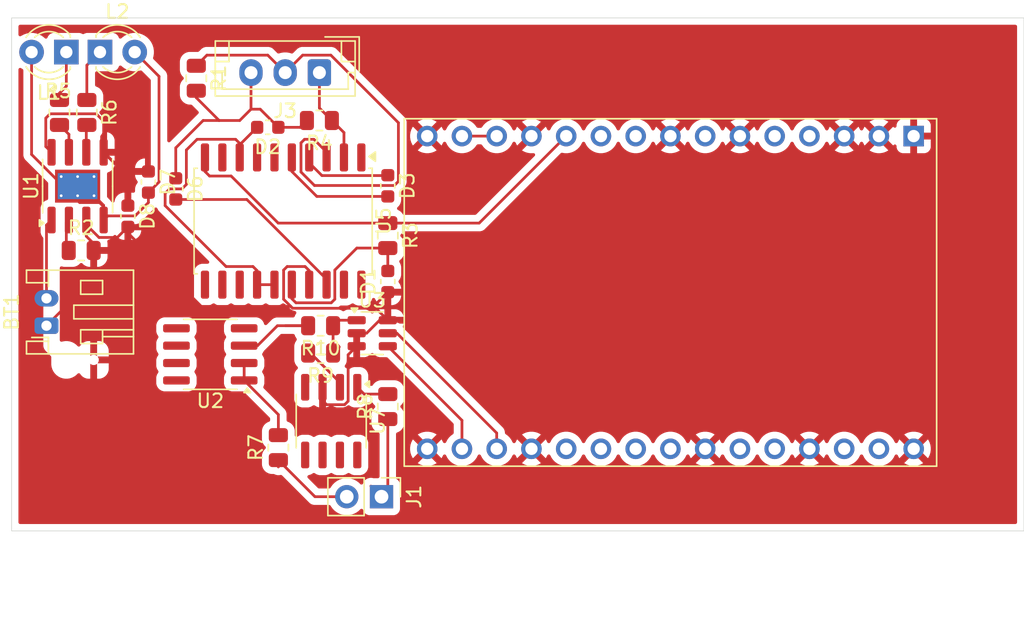
<source format=kicad_pcb>
(kicad_pcb (version 20241229) (generator "pcbnew") (generator_version "9.0")
  (layers (0 "F.Cu" signal) (2 "B.Cu" signal) (13 "F.Paste" user) (15 "B.Paste" user) (5 "F.SilkS" user "F.Silkscreen") (7 "B.SilkS" user "B.Silkscreen") (1 "F.Mask" user) (3 "B.Mask" user) (25 "Edge.Cuts" user))
  (net 0 "")
  (net 1 "Net-(D2-K)")
  (net 2 "Net-(D2-A)")
  (net 3 "Net-(D3-A)")
  (net 4 "Net-(D3-K)")
  (net 5 "Net-(D6-A)")
  (net 6 "Net-(U1-PROG)")
  (net 7 "Net-(U1-~{CHRG})")
  (net 15 "Net-(U4-5V-Pad13)")
  (net 18 "Net-(U4-IO10)")
  (net 25 "Net-(U1-~{STDBY})")
  (net 28 "Net-(U2A--)")
  (net 31 "Net-(R8-Pad2)")
  (net 33 "GND")
  (net 34 "Net-(BT1--)")
  (net 35 "Net-(U7A--)")
  (net 36 "Net-(D1-A)")
  (net 37 "Net-(J1-Pin_2)")
  (net 38 "Net-(J1-Pin_1)")
  (net 39 "Net-(U2A-+)")
  (net 40 "Net-(J3-Pin_1)")
  (net 41 "Net-(J3-Pin_2)")
  (net 42 "Net-(U3-VOUT)")
  (net 43 "Net-(U3-SCL)")
  (net 44 "Net-(U3-SDA)")
  (net 45 "Net-(D7-A)")
  (net 46 "Net-(L1-K)")
  (net 47 "Net-(L2-K)")
  (footprint "Resistor_SMD:R_0805_2012Metric" (layer "F.Cu") (at 90.5 132.4125 -90)
    (property "Reference" "R6" (at 0 -1.65 90) (layer "F.SilkS"))
    (property "Value" "R 10kΩ")
    (fp_line (start -0.227064 0.735) (end 0.227064 0.735) (stroke (width 0.12)) (layer "F.SilkS"))
    (fp_line (start -0.227064 -0.735) (end 0.227064 -0.735) (stroke (width 0.12)) (layer "F.SilkS"))
    (pad "1" smd roundrect (at -0.9125 0 270) (size 1.025 1.4) (layers "F.Cu" "F.Mask" "F.Paste") (roundrect_rratio 0.243902) (net 47 "Net-(L2-K)"))
    (pad "2" smd roundrect (at 0.9125 0 270) (size 1.025 1.4) (layers "F.Cu" "F.Mask" "F.Paste") (roundrect_rratio 0.243902) (net 25 "Net-(U1-~{STDBY})"))
  )
  (footprint "Package_SO:SOIC-8-1EP_3.9x4.9mm_P1.27mm_EP2.41x3.3mm_ThermalVias" (layer "F.Cu") (at 89.825 137.8 90)
    (property "Reference" "U1" (at 0 -3.4 90) (layer "F.SilkS"))
    (property "Value" "TP4056-42-ESOP8")
    (fp_line (start 0 -2.56) (end 1.95 -2.56) (stroke (width 0.12)) (layer "F.SilkS"))
    (fp_line (start 0 -2.56) (end -1.95 -2.56) (stroke (width 0.12)) (layer "F.SilkS"))
    (fp_line (start 0 2.56) (end 1.95 2.56) (stroke (width 0.12)) (layer "F.SilkS"))
    (fp_line (start 0 2.56) (end -1.95 2.56) (stroke (width 0.12)) (layer "F.SilkS"))
    (fp_poly (pts (xy -2.7 -2.465) (xy -2.94 -2.795) (xy -2.46 -2.795)) (stroke (width 0.12)) (fill yes) (layer "F.SilkS"))
    (pad "1" smd roundrect (at -2.475 -1.905 90) (size 1.95 0.6) (layers "F.Cu" "F.Mask" "F.Paste") (net 34 "Net-(BT1--)"))
    (pad "2" smd roundrect (at -2.475 -0.635 90) (size 1.95 0.6) (layers "F.Cu" "F.Mask" "F.Paste") (net 6 "Net-(U1-PROG)"))
    (pad "3" smd roundrect (at -2.475 0.635 90) (size 1.95 0.6) (layers "F.Cu" "F.Mask" "F.Paste") (net 33 "GND"))
    (pad "4" smd roundrect (at -2.475 1.905 90) (size 1.95 0.6) (layers "F.Cu" "F.Mask" "F.Paste") (net 45 "Net-(D7-A)"))
    (pad "5" smd roundrect (at 2.475 1.905 90) (size 1.95 0.6) (layers "F.Cu" "F.Mask" "F.Paste") (net 33 "GND"))
    (pad "6" smd roundrect (at 2.475 0.635 90) (size 1.95 0.6) (layers "F.Cu" "F.Mask" "F.Paste") (net 25 "Net-(U1-~{STDBY})"))
    (pad "7" smd roundrect (at 2.475 -0.635 90) (size 1.95 0.6) (layers "F.Cu" "F.Mask" "F.Paste") (net 7 "Net-(U1-~{CHRG})"))
    (pad "8" smd roundrect (at 2.475 -1.905 90) (size 1.95 0.6) (layers "F.Cu" "F.Mask" "F.Paste") (net 33 "GND"))
    (pad "9" thru_hole circle (at -0.7 -1.2 90) (size 0.5 0.5) (drill 0.2) (property pad_prop_heatsink) (layers "*.Cu") (net 45 "Net-(D7-A)"))
    (pad "9" thru_hole circle (at -0.7 0 90) (size 0.5 0.5) (drill 0.2) (property pad_prop_heatsink) (layers "*.Cu") (net 45 "Net-(D7-A)"))
    (pad "9" thru_hole circle (at -0.7 1.2 90) (size 0.5 0.5) (drill 0.2) (property pad_prop_heatsink) (layers "*.Cu") (net 45 "Net-(D7-A)"))
    (pad "9" smd rect (at 0 0 90) (size 1.9 2.9) (property pad_prop_heatsink) (layers "B.Cu") (net 45 "Net-(D7-A)"))
    (pad "9" smd rect (at 0 0 90) (size 2.41 3.3) (property pad_prop_heatsink) (layers "F.Cu" "F.Mask") (net 45 "Net-(D7-A)"))
    (pad "9" thru_hole circle (at 0.7 -1.2 90) (size 0.5 0.5) (drill 0.2) (property pad_prop_heatsink) (layers "*.Cu") (net 45 "Net-(D7-A)"))
    (pad "9" thru_hole circle (at 0.7 0 90) (size 0.5 0.5) (drill 0.2) (property pad_prop_heatsink) (layers "*.Cu") (net 45 "Net-(D7-A)"))
    (pad "9" thru_hole circle (at 0.7 1.2 90) (size 0.5 0.5) (drill 0.2) (property pad_prop_heatsink) (layers "*.Cu") (net 45 "Net-(D7-A)"))
  )
  (footprint "Package_TO_SOT_SMD:SOT-23-6" (layer "F.Cu") (at 111.3625 148.55)
    (property "Reference" "U3" (at 0 -2.4 0) (layer "F.SilkS"))
    (property "Value" "MCP4725xxx-xCH")
    (fp_line (start 0 -1.56) (end -0.8 -1.56) (stroke (width 0.12)) (layer "F.SilkS"))
    (fp_line (start 0 -1.56) (end 0.8 -1.56) (stroke (width 0.12)) (layer "F.SilkS"))
    (fp_line (start 0 1.56) (end -0.8 1.56) (stroke (width 0.12)) (layer "F.SilkS"))
    (fp_line (start 0 1.56) (end 0.8 1.56) (stroke (width 0.12)) (layer "F.SilkS"))
    (fp_poly (pts (xy -1.3 -1.51) (xy -1.54 -1.84) (xy -1.06 -1.84)) (stroke (width 0.12)) (fill yes) (layer "F.SilkS"))
    (pad "1" smd roundrect (at -1.1375 -0.95) (size 1.325 0.6) (layers "F.Cu" "F.Mask" "F.Paste") (net 42 "Net-(U3-VOUT)"))
    (pad "2" smd roundrect (at -1.1375 0) (size 1.325 0.6) (layers "F.Cu" "F.Mask" "F.Paste") (net 33 "GND"))
    (pad "3" smd roundrect (at -1.1375 0.95) (size 1.325 0.6) (layers "F.Cu" "F.Mask" "F.Paste") (net 33 "GND"))
    (pad "4" smd roundrect (at 1.1375 0.95) (size 1.325 0.6) (layers "F.Cu" "F.Mask" "F.Paste") (net 44 "Net-(U3-SDA)"))
    (pad "5" smd roundrect (at 1.1375 0) (size 1.325 0.6) (layers "F.Cu" "F.Mask" "F.Paste") (net 43 "Net-(U3-SCL)"))
    (pad "6" smd roundrect (at 1.1375 -0.95) (size 1.325 0.6) (layers "F.Cu" "F.Mask" "F.Paste") (net 33 "GND"))
  )
  (footprint "Resistor_SMD:R_0805_2012Metric" (layer "F.Cu") (at 98.5 129.9125 -90)
    (property "Reference" "R1" (at 0 -1.65 90) (layer "F.SilkS"))
    (property "Value" "R 10MΩ")
    (fp_line (start -0.227064 0.735) (end 0.227064 0.735) (stroke (width 0.12)) (layer "F.SilkS"))
    (fp_line (start -0.227064 -0.735) (end 0.227064 -0.735) (stroke (width 0.12)) (layer "F.SilkS"))
    (pad "1" smd roundrect (at -0.9125 0 270) (size 1.025 1.4) (layers "F.Cu" "F.Mask" "F.Paste") (roundrect_rratio 0.243902) (net 41 "Net-(J3-Pin_2)"))
    (pad "2" smd roundrect (at 0.9125 0 270) (size 1.025 1.4) (layers "F.Cu" "F.Mask" "F.Paste") (roundrect_rratio 0.243902) (net 1 "Net-(D2-K)"))
  )
  (footprint "Connector_JST:JST_PH_S2B-PH-K_1x02_P2.00mm_Horizontal" (layer "F.Cu") (at 87.55 148 90)
    (property "Reference" "BT1" (at 1 -2.55 90) (layer "F.SilkS"))
    (property "Value" "3.7V Battery_Cell")
    (fp_line (start 4.06 -1.46) (end 3.14 -1.46) (stroke (width 0.12)) (layer "F.SilkS"))
    (fp_line (start 3.14 -1.46) (end 3.14 0.14) (stroke (width 0.12)) (layer "F.SilkS"))
    (fp_line (start -1.14 -1.46) (end -2.06 -1.46) (stroke (width 0.12)) (layer "F.SilkS"))
    (fp_line (start -2.06 -1.46) (end -2.06 6.36) (stroke (width 0.12)) (layer "F.SilkS"))
    (fp_line (start 4.06 0.14) (end 3.14 0.14) (stroke (width 0.12)) (layer "F.SilkS"))
    (fp_line (start 3.14 0.14) (end 2.86 0.14) (stroke (width 0.12)) (layer "F.SilkS"))
    (fp_line (start -0.86 0.14) (end -0.86 -1.075) (stroke (width 0.12)) (layer "F.SilkS"))
    (fp_line (start -0.86 0.14) (end -1.14 0.14) (stroke (width 0.12)) (layer "F.SilkS"))
    (fp_line (start -1.14 0.14) (end -1.14 -1.46) (stroke (width 0.12)) (layer "F.SilkS"))
    (fp_line (start -2.06 0.14) (end -1.14 0.14) (stroke (width 0.12)) (layer "F.SilkS"))
    (fp_line (start 1.5 2) (end 1.5 6.36) (stroke (width 0.12)) (layer "F.SilkS"))
    (fp_line (start 0.5 2) (end 1.5 2) (stroke (width 0.12)) (layer "F.SilkS"))
    (fp_line (start 3.3 2.5) (end 3.3 4.1) (stroke (width 0.12)) (layer "F.SilkS"))
    (fp_line (start 2.3 2.5) (end 3.3 2.5) (stroke (width 0.12)) (layer "F.SilkS"))
    (fp_line (start -0.3 2.5) (end -1.3 2.5) (stroke (width 0.12)) (layer "F.SilkS"))
    (fp_line (start -1.3 2.5) (end -1.3 4.1) (stroke (width 0.12)) (layer "F.SilkS"))
    (fp_line (start 3.3 4.1) (end 2.3 4.1) (stroke (width 0.12)) (layer "F.SilkS"))
    (fp_line (start 2.3 4.1) (end 2.3 2.5) (stroke (width 0.12)) (layer "F.SilkS"))
    (fp_line (start -0.3 4.1) (end -0.3 2.5) (stroke (width 0.12)) (layer "F.SilkS"))
    (fp_line (start -0.3 4.1) (end -0.3 6.36) (stroke (width 0.12)) (layer "F.SilkS"))
    (fp_line (start -0.8 4.1) (end -0.8 6.36) (stroke (width 0.12)) (layer "F.SilkS"))
    (fp_line (start -1.3 4.1) (end -0.3 4.1) (stroke (width 0.12)) (layer "F.SilkS"))
    (fp_line (start 4.06 6.36) (end 4.06 -1.46) (stroke (width 0.12)) (layer "F.SilkS"))
    (fp_line (start 0.5 6.36) (end 0.5 2) (stroke (width 0.12)) (layer "F.SilkS"))
    (fp_line (start -2.06 6.36) (end 4.06 6.36) (stroke (width 0.12)) (layer "F.SilkS"))
    (pad "1" thru_hole roundrect (at 0 0 90) (size 1.2 1.75) (drill 0.75) (layers "*.Cu" "*.Mask") (roundrect_rratio 0.208333) (net 33 "GND"))
    (pad "2" thru_hole oval (at 2 0 90) (size 1.2 1.75) (drill 0.75) (layers "*.Cu" "*.Mask") (net 34 "Net-(BT1--)"))
  )
  (footprint "Resistor_SMD:R_0805_2012Metric" (layer "F.Cu") (at 107.5 133 180)
    (property "Reference" "R4" (at 0 -1.65 0) (layer "F.SilkS"))
    (property "Value" "R 10MΩ")
    (fp_line (start -0.227064 0.735) (end 0.227064 0.735) (stroke (width 0.12)) (layer "F.SilkS"))
    (fp_line (start -0.227064 -0.735) (end 0.227064 -0.735) (stroke (width 0.12)) (layer "F.SilkS"))
    (pad "1" smd roundrect (at -0.9125 0 180) (size 1.025 1.4) (layers "F.Cu" "F.Mask" "F.Paste") (roundrect_rratio 0.243902) (net 40 "Net-(J3-Pin_1)"))
    (pad "2" smd roundrect (at 0.9125 0 180) (size 1.025 1.4) (layers "F.Cu" "F.Mask" "F.Paste") (roundrect_rratio 0.243902) (net 1 "Net-(D2-K)"))
  )
  (footprint "Package_SO:SOIC-20W_7.5x12.8mm_P1.27mm" (layer "F.Cu") (at 104.85 140.35 -90)
    (property "Reference" "U5" (at 0 -7.35 90) (layer "F.SilkS"))
    (property "Value" "AD8232ACPZ-R7")
    (fp_line (start -3.86 6.51) (end -3.86 6.275) (stroke (width 0.12)) (layer "F.SilkS"))
    (fp_line (start 0 6.51) (end -3.86 6.51) (stroke (width 0.12)) (layer "F.SilkS"))
    (fp_line (start 0 6.51) (end 3.86 6.51) (stroke (width 0.12)) (layer "F.SilkS"))
    (fp_line (start 3.86 6.51) (end 3.86 6.275) (stroke (width 0.12)) (layer "F.SilkS"))
    (fp_line (start -3.86 -6.51) (end -3.86 -6.275) (stroke (width 0.12)) (layer "F.SilkS"))
    (fp_line (start 0 -6.51) (end -3.86 -6.51) (stroke (width 0.12)) (layer "F.SilkS"))
    (fp_line (start 0 -6.51) (end 3.86 -6.51) (stroke (width 0.12)) (layer "F.SilkS"))
    (fp_line (start 3.86 -6.51) (end 3.86 -6.275) (stroke (width 0.12)) (layer "F.SilkS"))
    (fp_poly (pts (xy -4.7125 -6.275) (xy -5.0525 -6.745) (xy -4.3725 -6.745)) (stroke (width 0.12)) (fill yes) (layer "F.SilkS"))
    (pad "1" smd roundrect (at -4.65 -5.715 270) (size 2.05 0.6) (layers "F.Cu" "F.Mask" "F.Paste"))
    (pad "2" smd roundrect (at -4.65 -4.445 270) (size 2.05 0.6) (layers "F.Cu" "F.Mask" "F.Paste") (net 40 "Net-(J3-Pin_1)"))
    (pad "3" smd roundrect (at -4.65 -3.175 270) (size 2.05 0.6) (layers "F.Cu" "F.Mask" "F.Paste") (net 41 "Net-(J3-Pin_2)"))
    (pad "4" smd roundrect (at -4.65 -1.905 270) (size 2.05 0.6) (layers "F.Cu" "F.Mask" "F.Paste") (net 4 "Net-(D3-K)"))
    (pad "5" smd roundrect (at -4.65 -0.635 270) (size 2.05 0.6) (layers "F.Cu" "F.Mask" "F.Paste") (net 3 "Net-(D3-A)"))
    (pad "6" smd roundrect (at -4.65 0.635 270) (size 2.05 0.6) (layers "F.Cu" "F.Mask" "F.Paste"))
    (pad "7" smd roundrect (at -4.65 1.905 270) (size 2.05 0.6) (layers "F.Cu" "F.Mask" "F.Paste"))
    (pad "8" smd roundrect (at -4.65 3.175 270) (size 2.05 0.6) (layers "F.Cu" "F.Mask" "F.Paste") (net 2 "Net-(D2-A)"))
    (pad "9" smd roundrect (at -4.65 4.445 270) (size 2.05 0.6) (layers "F.Cu" "F.Mask" "F.Paste"))
    (pad "10" smd roundrect (at -4.65 5.715 270) (size 2.05 0.6) (layers "F.Cu" "F.Mask" "F.Paste") (net 18 "Net-(U4-IO10)"))
    (pad "11" smd roundrect (at 4.65 5.715 270) (size 2.05 0.6) (layers "F.Cu" "F.Mask" "F.Paste"))
    (pad "12" smd roundrect (at 4.65 4.445 270) (size 2.05 0.6) (layers "F.Cu" "F.Mask" "F.Paste"))
    (pad "13" smd roundrect (at 4.65 3.175 270) (size 2.05 0.6) (layers "F.Cu" "F.Mask" "F.Paste"))
    (pad "14" smd roundrect (at 4.65 1.905 270) (size 2.05 0.6) (layers "F.Cu" "F.Mask" "F.Paste") (net 2 "Net-(D2-A)"))
    (pad "15" smd roundrect (at 4.65 0.635 270) (size 2.05 0.6) (layers "F.Cu" "F.Mask" "F.Paste") (net 2 "Net-(D2-A)"))
    (pad "16" smd roundrect (at 4.65 -0.635 270) (size 2.05 0.6) (layers "F.Cu" "F.Mask" "F.Paste") (net 36 "Net-(D1-A)"))
    (pad "17" smd roundrect (at 4.65 -1.905 270) (size 2.05 0.6) (layers "F.Cu" "F.Mask" "F.Paste") (net 33 "GND"))
    (pad "18" smd roundrect (at 4.65 -3.175 270) (size 2.05 0.6) (layers "F.Cu" "F.Mask" "F.Paste") (net 5 "Net-(D6-A)"))
    (pad "19" smd roundrect (at 4.65 -4.445 270) (size 2.05 0.6) (layers "F.Cu" "F.Mask" "F.Paste"))
    (pad "20" smd roundrect (at 4.65 -5.715 270) (size 2.05 0.6) (layers "F.Cu" "F.Mask" "F.Paste"))
  )
  (footprint "Resistor_SMD:R_0805_2012Metric" (layer "F.Cu") (at 88.5 132.4125 -90)
    (property "Reference" "R5" (at -1.5625 0.0875 0) (layer "F.SilkS"))
    (property "Value" "R 4.7kΩ")
    (fp_line (start -0.227064 0.735) (end 0.227064 0.735) (stroke (width 0.12)) (layer "F.SilkS"))
    (fp_line (start -0.227064 -0.735) (end 0.227064 -0.735) (stroke (width 0.12)) (layer "F.SilkS"))
    (pad "1" smd roundrect (at -0.9125 0 270) (size 1.025 1.4) (layers "F.Cu" "F.Mask" "F.Paste") (roundrect_rratio 0.243902) (net 46 "Net-(L1-K)"))
    (pad "2" smd roundrect (at 0.9125 0 270) (size 1.025 1.4) (layers "F.Cu" "F.Mask" "F.Paste") (roundrect_rratio 0.243902) (net 7 "Net-(U1-~{CHRG})"))
  )
  (footprint "Resistor_SMD:R_0805_2012Metric" (layer "F.Cu") (at 107.5875 150 180)
    (property "Reference" "R9" (at 0 -1.65 0) (layer "F.SilkS"))
    (property "Value" "R 10kΩ")
    (fp_line (start -0.227064 0.735) (end 0.227064 0.735) (stroke (width 0.12)) (layer "F.SilkS"))
    (fp_line (start -0.227064 -0.735) (end 0.227064 -0.735) (stroke (width 0.12)) (layer "F.SilkS"))
    (pad "1" smd roundrect (at -0.9125 0 180) (size 1.025 1.4) (layers "F.Cu" "F.Mask" "F.Paste") (roundrect_rratio 0.243902) (net 42 "Net-(U3-VOUT)"))
    (pad "2" smd roundrect (at 0.9125 0 180) (size 1.025 1.4) (layers "F.Cu" "F.Mask" "F.Paste") (roundrect_rratio 0.243902) (net 35 "Net-(U7A--)"))
  )
  (footprint "Resistor_SMD:R_0805_2012Metric" (layer "F.Cu") (at 104.5 156.9125 90)
    (property "Reference" "R7" (at 0 -1.65 90) (layer "F.SilkS"))
    (property "Value" "R 1kΩ")
    (fp_line (start -0.227064 -0.735) (end 0.227064 -0.735) (stroke (width 0.12)) (layer "F.SilkS"))
    (fp_line (start -0.227064 0.735) (end 0.227064 0.735) (stroke (width 0.12)) (layer "F.SilkS"))
    (pad "1" smd roundrect (at -0.9125 0 90) (size 1.025 1.4) (layers "F.Cu" "F.Mask" "F.Paste") (roundrect_rratio 0.243902) (net 37 "Net-(J1-Pin_2)"))
    (pad "2" smd roundrect (at 0.9125 0 90) (size 1.025 1.4) (layers "F.Cu" "F.Mask" "F.Paste") (roundrect_rratio 0.243902) (net 28 "Net-(U2A--)"))
  )
  (footprint "LED_THT:LED_D3.0mm" (layer "F.Cu") (at 91.46 128)
    (property "Reference" "L2" (at 1.27 -2.96 0) (layer "F.SilkS"))
    (property "Value" "LED")
    (fp_line (start -0.29 -1.236) (end -0.29 -1.08) (stroke (width 0.12)) (layer "F.SilkS"))
    (fp_line (start -0.29 1.08) (end -0.29 1.236) (stroke (width 0.12)) (layer "F.SilkS"))
    (fp_arc (start -0.29 -1.235516) (mid 1.36566 -1.987699) (end 2.941437 -1.08) (stroke (width 0.12)) (layer "F.SilkS"))
    (fp_arc (start 0.229039 -1.08) (mid 1.27 -1.5) (end 2.310961 -1.08) (stroke (width 0.12)) (layer "F.SilkS"))
    (fp_arc (start 2.310961 1.08) (mid 1.27 1.5) (end 0.229039 1.08) (stroke (width 0.12)) (layer "F.SilkS"))
    (fp_arc (start 2.941437 1.08) (mid 1.36566 1.987699) (end -0.29 1.235516) (stroke (width 0.12)) (layer "F.SilkS"))
    (pad "1" thru_hole rect (at 0 0) (size 1.8 1.8) (drill 0.9) (layers "*.Cu" "*.Mask") (net 47 "Net-(L2-K)"))
    (pad "2" thru_hole circle (at 2.54 0) (size 1.8 1.8) (drill 0.9) (layers "*.Cu" "*.Mask") (net 45 "Net-(D7-A)"))
  )
  (footprint "Capacitor_SMD:C_0603_1608Metric" (layer "F.Cu") (at 112.5 137.775 -90)
    (property "Reference" "D3" (at 0 -1.43 90) (layer "F.SilkS"))
    (property "Value" "D_Capacitance 1nF")
    (fp_line (start -0.14058 0.51) (end 0.14058 0.51) (stroke (width 0.12)) (layer "F.SilkS"))
    (fp_line (start -0.14058 -0.51) (end 0.14058 -0.51) (stroke (width 0.12)) (layer "F.SilkS"))
    (pad "1" smd roundrect (at -0.775 0 270) (size 0.9 0.95) (layers "F.Cu" "F.Mask" "F.Paste") (net 4 "Net-(D3-K)"))
    (pad "2" smd roundrect (at 0.775 0 270) (size 0.9 0.95) (layers "F.Cu" "F.Mask" "F.Paste") (net 3 "Net-(D3-A)"))
  )
  (footprint "Capacitor_SMD:C_0603_1608Metric" (layer "F.Cu") (at 97 138 -90)
    (property "Reference" "D6" (at 0 -1.43 90) (layer "F.SilkS"))
    (property "Value" "D_Capacitance 0.1µF")
    (fp_line (start -0.14058 0.51) (end 0.14058 0.51) (stroke (width 0.12)) (layer "F.SilkS"))
    (fp_line (start -0.14058 -0.51) (end 0.14058 -0.51) (stroke (width 0.12)) (layer "F.SilkS"))
    (pad "1" smd roundrect (at -0.775 0 270) (size 0.9 0.95) (layers "F.Cu" "F.Mask" "F.Paste") (net 1 "Net-(D2-K)"))
    (pad "2" smd roundrect (at 0.775 0 270) (size 0.9 0.95) (layers "F.Cu" "F.Mask" "F.Paste") (net 5 "Net-(D6-A)"))
  )
  (footprint "Resistor_SMD:R_0805_2012Metric" (layer "F.Cu") (at 112.5 141.4125 -90)
    (property "Reference" "R3" (at 0 -1.65 90) (layer "F.SilkS"))
    (property "Value" "R 10kΩ")
    (fp_line (start -0.227064 0.735) (end 0.227064 0.735) (stroke (width 0.12)) (layer "F.SilkS"))
    (fp_line (start -0.227064 -0.735) (end 0.227064 -0.735) (stroke (width 0.12)) (layer "F.SilkS"))
    (pad "1" smd roundrect (at -0.9125 0 270) (size 1.025 1.4) (layers "F.Cu" "F.Mask" "F.Paste") (roundrect_rratio 0.243902) (net 18 "Net-(U4-IO10)"))
    (pad "2" smd roundrect (at 0.9125 0 270) (size 1.025 1.4) (layers "F.Cu" "F.Mask" "F.Paste") (roundrect_rratio 0.243902) (net 36 "Net-(D1-A)"))
  )
  (footprint "Package_SO:SOIC-8_3.9x4.9mm_P1.27mm" (layer "F.Cu") (at 99.525 150.095 180)
    (property "Reference" "U2" (at 0 -3.4 0) (layer "F.SilkS"))
    (property "Value" "TLV9062")
    (fp_line (start 0 2.56) (end 1.95 2.56) (stroke (width 0.12)) (layer "F.SilkS"))
    (fp_line (start 0 2.56) (end -1.95 2.56) (stroke (width 0.12)) (layer "F.SilkS"))
    (fp_line (start 0 -2.56) (end 1.95 -2.56) (stroke (width 0.12)) (layer "F.SilkS"))
    (fp_line (start 0 -2.56) (end -1.95 -2.56) (stroke (width 0.12)) (layer "F.SilkS"))
    (fp_poly (pts (xy -2.7 -2.465) (xy -2.94 -2.795) (xy -2.46 -2.795)) (stroke (width 0.12)) (fill yes) (layer "F.SilkS"))
    (pad "1" smd roundrect (at -2.475 -1.905 180) (size 1.95 0.6) (layers "F.Cu" "F.Mask" "F.Paste") (net 28 "Net-(U2A--)"))
    (pad "2" smd roundrect (at -2.475 -0.635 180) (size 1.95 0.6) (layers "F.Cu" "F.Mask" "F.Paste") (net 28 "Net-(U2A--)"))
    (pad "3" smd roundrect (at -2.475 0.635 180) (size 1.95 0.6) (layers "F.Cu" "F.Mask" "F.Paste") (net 39 "Net-(U2A-+)"))
    (pad "4" smd roundrect (at -2.475 1.905 180) (size 1.95 0.6) (layers "F.Cu" "F.Mask" "F.Paste"))
    (pad "5" smd roundrect (at 2.475 1.905 180) (size 1.95 0.6) (layers "F.Cu" "F.Mask" "F.Paste"))
    (pad "6" smd roundrect (at 2.475 0.635 180) (size 1.95 0.6) (layers "F.Cu" "F.Mask" "F.Paste"))
    (pad "7" smd roundrect (at 2.475 -0.635 180) (size 1.95 0.6) (layers "F.Cu" "F.Mask" "F.Paste"))
    (pad "8" smd roundrect (at 2.475 -1.905 180) (size 1.95 0.6) (layers "F.Cu" "F.Mask" "F.Paste"))
  )
  (footprint "RF_Module:ESP32-C3-DevKitM-1" (layer "F.Cu") (at 150.94 134.14 -90)
    (property "Reference" "U4" (hide yes))
    (property "Value" "ESP32-C3-DevKitM-1" (hide yes))
    (fp_line (start -1.27 37.24) (end -1.27 -1.68) (stroke (width 0.12)) (layer "F.SilkS"))
    (fp_line (start 24.13 37.24) (end -1.27 37.24) (stroke (width 0.12)) (layer "F.SilkS"))
    (fp_line (start -1.27 -1.68) (end 24.13 -1.68) (stroke (width 0.12)) (layer "F.SilkS"))
    (fp_line (start 24.13 -1.68) (end 24.13 37.24) (stroke (width 0.12)) (layer "F.SilkS"))
    (pad "1" thru_hole rect (at 0 0 270) (size 1.5 1.5) (drill 0.9) (layers "*.Cu" "*.Mask") (net 33 "GND"))
    (pad "2" thru_hole circle (at 0 2.54 270) (size 1.5 1.5) (drill 0.9) (layers "*.Cu" "*.Mask") (net 33 "GND"))
    (pad "3" thru_hole circle (at 0 5.08 270) (size 1.5 1.5) (drill 0.9) (layers "*.Cu" "*.Mask") (net 33 "GND"))
    (pad "4" thru_hole circle (at 0 7.62 270) (size 1.5 1.5) (drill 0.9) (layers "*.Cu" "*.Mask"))
    (pad "5" thru_hole circle (at 0 10.16 270) (size 1.5 1.5) (drill 0.9) (layers "*.Cu" "*.Mask"))
    (pad "6" thru_hole circle (at 0 12.7 270) (size 1.5 1.5) (drill 0.9) (layers "*.Cu" "*.Mask") (net 33 "GND"))
    (pad "7" thru_hole circle (at 0 15.24 270) (size 1.5 1.5) (drill 0.9) (layers "*.Cu" "*.Mask"))
    (pad "8" thru_hole circle (at 0 17.78 270) (size 1.5 1.5) (drill 0.9) (layers "*.Cu" "*.Mask") (net 33 "GND"))
    (pad "9" thru_hole circle (at 0 20.32 270) (size 1.5 1.5) (drill 0.9) (layers "*.Cu" "*.Mask"))
    (pad "10" thru_hole circle (at 0 22.86 270) (size 1.5 1.5) (drill 0.9) (layers "*.Cu" "*.Mask"))
    (pad "11" thru_hole circle (at 0 25.4 270) (size 1.5 1.5) (drill 0.9) (layers "*.Cu" "*.Mask") (net 18 "Net-(U4-IO10)"))
    (pad "12" thru_hole circle (at 0 27.94 270) (size 1.5 1.5) (drill 0.9) (layers "*.Cu" "*.Mask") (net 33 "GND"))
    (pad "13" thru_hole circle (at 0 30.48 270) (size 1.5 1.5) (drill 0.9) (layers "*.Cu" "*.Mask") (net 15 "Net-(U4-5V-Pad13)"))
    (pad "14" thru_hole circle (at 0 33.02 270) (size 1.5 1.5) (drill 0.9) (layers "*.Cu" "*.Mask") (net 15 "Net-(U4-5V-Pad13)"))
    (pad "15" thru_hole circle (at 0 35.56 270) (size 1.5 1.5) (drill 0.9) (layers "*.Cu" "*.Mask") (net 33 "GND"))
    (pad "16" thru_hole circle (at 22.86 35.56 270) (size 1.5 1.5) (drill 0.9) (layers "*.Cu" "*.Mask") (net 33 "GND"))
    (pad "17" thru_hole circle (at 22.86 33.02 270) (size 1.5 1.5) (drill 0.9) (layers "*.Cu" "*.Mask") (net 44 "Net-(U3-SDA)"))
    (pad "18" thru_hole circle (at 22.86 30.48 270) (size 1.5 1.5) (drill 0.9) (layers "*.Cu" "*.Mask") (net 43 "Net-(U3-SCL)"))
    (pad "19" thru_hole circle (at 22.86 27.94 270) (size 1.5 1.5) (drill 0.9) (layers "*.Cu" "*.Mask") (net 33 "GND"))
    (pad "20" thru_hole circle (at 22.86 25.4 270) (size 1.5 1.5) (drill 0.9) (layers "*.Cu" "*.Mask"))
    (pad "21" thru_hole circle (at 22.86 22.86 270) (size 1.5 1.5) (drill 0.9) (layers "*.Cu" "*.Mask"))
    (pad "22" thru_hole circle (at 22.86 20.32 270) (size 1.5 1.5) (drill 0.9) (layers "*.Cu" "*.Mask"))
    (pad "23" thru_hole circle (at 22.86 17.78 270) (size 1.5 1.5) (drill 0.9) (layers "*.Cu" "*.Mask"))
    (pad "24" thru_hole circle (at 22.86 15.24 270) (size 1.5 1.5) (drill 0.9) (layers "*.Cu" "*.Mask") (net 33 "GND"))
    (pad "25" thru_hole circle (at 22.86 12.7 270) (size 1.5 1.5) (drill 0.9) (layers "*.Cu" "*.Mask"))
    (pad "26" thru_hole circle (at 22.86 10.16 270) (size 1.5 1.5) (drill 0.9) (layers "*.Cu" "*.Mask"))
    (pad "27" thru_hole circle (at 22.86 7.62 270) (size 1.5 1.5) (drill 0.9) (layers "*.Cu" "*.Mask") (net 33 "GND"))
    (pad "28" thru_hole circle (at 22.86 5.08 270) (size 1.5 1.5) (drill 0.9) (layers "*.Cu" "*.Mask"))
    (pad "29" thru_hole circle (at 22.86 2.54 270) (size 1.5 1.5) (drill 0.9) (layers "*.Cu" "*.Mask"))
    (pad "30" thru_hole circle (at 22.86 0 270) (size 1.5 1.5) (drill 0.9) (layers "*.Cu" "*.Mask") (net 33 "GND"))
  )
  (footprint "Resistor_SMD:R_0805_2012Metric" (layer "F.Cu") (at 107.5875 148 180)
    (property "Reference" "R10" (at 0 -1.65 0) (layer "F.SilkS"))
    (property "Value" "R 10kΩ")
    (fp_line (start -0.227064 0.735) (end 0.227064 0.735) (stroke (width 0.12)) (layer "F.SilkS"))
    (fp_line (start -0.227064 -0.735) (end 0.227064 -0.735) (stroke (width 0.12)) (layer "F.SilkS"))
    (pad "1" smd roundrect (at -0.9125 0 180) (size 1.025 1.4) (layers "F.Cu" "F.Mask" "F.Paste") (roundrect_rratio 0.243902) (net 42 "Net-(U3-VOUT)"))
    (pad "2" smd roundrect (at 0.9125 0 180) (size 1.025 1.4) (layers "F.Cu" "F.Mask" "F.Paste") (roundrect_rratio 0.243902) (net 39 "Net-(U2A-+)"))
  )
  (footprint "Connector_JST:JST_EH_B3B-EH-A_1x03_P2.50mm_Vertical" (layer "F.Cu") (at 107.5 129.5 180)
    (property "Reference" "J3" (at 2.5 -2.8 0) (layer "F.SilkS"))
    (property "Value" "Conn_01x03_Pin")
    (fp_line (start 7.61 2.31) (end 7.61 -1.71) (stroke (width 0.12)) (layer "F.SilkS"))
    (fp_line (start 7.61 0.81) (end 6.61 0.81) (stroke (width 0.12)) (layer "F.SilkS"))
    (fp_line (start 7.61 -1.71) (end -2.61 -1.71) (stroke (width 0.12)) (layer "F.SilkS"))
    (fp_line (start 7.11 0) (end 7.61 0) (stroke (width 0.12)) (layer "F.SilkS"))
    (fp_line (start 7.11 -1.21) (end 7.11 0) (stroke (width 0.12)) (layer "F.SilkS"))
    (fp_line (start 6.61 0.81) (end 6.61 2.31) (stroke (width 0.12)) (layer "F.SilkS"))
    (fp_line (start -1.61 0.81) (end -1.61 2.31) (stroke (width 0.12)) (layer "F.SilkS"))
    (fp_line (start -2.11 0) (end -2.11 -1.21) (stroke (width 0.12)) (layer "F.SilkS"))
    (fp_line (start -2.11 -1.21) (end 7.11 -1.21) (stroke (width 0.12)) (layer "F.SilkS"))
    (fp_line (start -2.61 2.31) (end 7.61 2.31) (stroke (width 0.12)) (layer "F.SilkS"))
    (fp_line (start -2.61 0.81) (end -1.61 0.81) (stroke (width 0.12)) (layer "F.SilkS"))
    (fp_line (start -2.61 0) (end -2.11 0) (stroke (width 0.12)) (layer "F.SilkS"))
    (fp_line (start -2.61 -1.71) (end -2.61 2.31) (stroke (width 0.12)) (layer "F.SilkS"))
    (fp_line (start -2.91 2.61) (end -0.41 2.61) (stroke (width 0.12)) (layer "F.SilkS"))
    (fp_line (start -2.91 0.11) (end -2.91 2.61) (stroke (width 0.12)) (layer "F.SilkS"))
    (pad "1" thru_hole roundrect (at 0 0 180) (size 1.7 1.95) (drill 0.95) (layers "*.Cu" "*.Mask") (roundrect_rratio 0.147059) (net 40 "Net-(J3-Pin_1)"))
    (pad "2" thru_hole oval (at 2.5 0 180) (size 1.7 1.95) (drill 0.95) (layers "*.Cu" "*.Mask") (net 41 "Net-(J3-Pin_2)"))
    (pad "3" thru_hole oval (at 5 0 180) (size 1.7 1.95) (drill 0.95) (layers "*.Cu" "*.Mask") (net 1 "Net-(D2-K)"))
  )
  (footprint "Resistor_SMD:R_0805_2012Metric" (layer "F.Cu") (at 90.0875 142.5)
    (property "Reference" "R2" (at 0 -1.65 0) (layer "F.SilkS"))
    (property "Value" "R 1.2kΩ")
    (fp_line (start -0.227064 -0.735) (end 0.227064 -0.735) (stroke (width 0.12)) (layer "F.SilkS"))
    (fp_line (start -0.227064 0.735) (end 0.227064 0.735) (stroke (width 0.12)) (layer "F.SilkS"))
    (pad "1" smd roundrect (at -0.9125 0) (size 1.025 1.4) (layers "F.Cu" "F.Mask" "F.Paste") (roundrect_rratio 0.243902) (net 6 "Net-(U1-PROG)"))
    (pad "2" smd roundrect (at 0.9125 0) (size 1.025 1.4) (layers "F.Cu" "F.Mask" "F.Paste") (roundrect_rratio 0.243902) (net 33 "GND"))
  )
  (footprint "Capacitor_SMD:C_0603_1608Metric" (layer "F.Cu") (at 112.5 144.775 90)
    (property "Reference" "D1" (at 0 -1.43 90) (layer "F.SilkS"))
    (property "Value" "D_Capacitance 1µF")
    (fp_line (start -0.14058 -0.51) (end 0.14058 -0.51) (stroke (width 0.12)) (layer "F.SilkS"))
    (fp_line (start -0.14058 0.51) (end 0.14058 0.51) (stroke (width 0.12)) (layer "F.SilkS"))
    (pad "1" smd roundrect (at -0.775 0 90) (size 0.9 0.95) (layers "F.Cu" "F.Mask" "F.Paste") (net 33 "GND"))
    (pad "2" smd roundrect (at 0.775 0 90) (size 0.9 0.95) (layers "F.Cu" "F.Mask" "F.Paste") (net 36 "Net-(D1-A)"))
  )
  (footprint "Package_SO:SOIC-8_3.9x4.9mm_P1.27mm" (layer "F.Cu") (at 108.365 154.975 -90)
    (property "Reference" "U7" (at 0 -3.4 90) (layer "F.SilkS"))
    (property "Value" "TLV9062")
    (fp_line (start 0 2.56) (end -1.95 2.56) (stroke (width 0.12)) (layer "F.SilkS"))
    (fp_line (start 0 2.56) (end 1.95 2.56) (stroke (width 0.12)) (layer "F.SilkS"))
    (fp_line (start 0 -2.56) (end -1.95 -2.56) (stroke (width 0.12)) (layer "F.SilkS"))
    (fp_line (start 0 -2.56) (end 1.95 -2.56) (stroke (width 0.12)) (layer "F.SilkS"))
    (fp_poly (pts (xy -2.7 -2.465) (xy -2.94 -2.795) (xy -2.46 -2.795)) (stroke (width 0.12)) (fill yes) (layer "F.SilkS"))
    (pad "1" smd roundrect (at -2.475 -1.905 270) (size 1.95 0.6) (layers "F.Cu" "F.Mask" "F.Paste") (net 31 "Net-(R8-Pad2)"))
    (pad "2" smd roundrect (at -2.475 -0.635 270) (size 1.95 0.6) (layers "F.Cu" "F.Mask" "F.Paste") (net 35 "Net-(U7A--)"))
    (pad "3" smd roundrect (at -2.475 0.635 270) (size 1.95 0.6) (layers "F.Cu" "F.Mask" "F.Paste") (net 33 "GND"))
    (pad "4" smd roundrect (at -2.475 1.905 270) (size 1.95 0.6) (layers "F.Cu" "F.Mask" "F.Paste"))
    (pad "5" smd roundrect (at 2.475 1.905 270) (size 1.95 0.6) (layers "F.Cu" "F.Mask" "F.Paste"))
    (pad "6" smd roundrect (at 2.475 0.635 270) (size 1.95 0.6) (layers "F.Cu" "F.Mask" "F.Paste"))
    (pad "7" smd roundrect (at 2.475 -0.635 270) (size 1.95 0.6) (layers "F.Cu" "F.Mask" "F.Paste"))
    (pad "8" smd roundrect (at 2.475 -1.905 270) (size 1.95 0.6) (layers "F.Cu" "F.Mask" "F.Paste"))
  )
  (footprint "Capacitor_SMD:C_0603_1608Metric" (layer "F.Cu") (at 103.725 133.5 180)
    (property "Reference" "D2" (at 0 -1.43 0) (layer "F.SilkS"))
    (property "Value" "D_Capacitance 0.1µF")
    (fp_line (start -0.14058 0.51) (end 0.14058 0.51) (stroke (width 0.12)) (layer "F.SilkS"))
    (fp_line (start -0.14058 -0.51) (end 0.14058 -0.51) (stroke (width 0.12)) (layer "F.SilkS"))
    (pad "1" smd roundrect (at -0.775 0 180) (size 0.9 0.95) (layers "F.Cu" "F.Mask" "F.Paste") (net 1 "Net-(D2-K)"))
    (pad "2" smd roundrect (at 0.775 0 180) (size 0.9 0.95) (layers "F.Cu" "F.Mask" "F.Paste") (net 2 "Net-(D2-A)"))
  )
  (footprint "Connector_PinHeader_2.54mm:PinHeader_1x02_P2.54mm_Vertical" (layer "F.Cu") (at 112.04 160.5 -90)
    (property "Reference" "J1" (at 0 -2.38 90) (layer "F.SilkS"))
    (property "Value" "Conn_01x02")
    (fp_line (start -1.38 3.92) (end 1.38 3.92) (stroke (width 0.12)) (layer "F.SilkS"))
    (fp_line (start -1.38 1.27) (end -1.38 3.92) (stroke (width 0.12)) (layer "F.SilkS"))
    (fp_line (start -1.38 1.27) (end 1.38 1.27) (stroke (width 0.12)) (layer "F.SilkS"))
    (fp_line (start 1.38 1.27) (end 1.38 3.92) (stroke (width 0.12)) (layer "F.SilkS"))
    (fp_line (start -1.38 0) (end -1.38 -1.38) (stroke (width 0.12)) (layer "F.SilkS"))
    (fp_line (start -1.38 -1.38) (end 0 -1.38) (stroke (width 0.12)) (layer "F.SilkS"))
    (pad "1" thru_hole rect (at 0 0 270) (size 1.7 1.7) (drill 1) (layers "*.Cu" "*.Mask") (net 38 "Net-(J1-Pin_1)"))
    (pad "2" thru_hole circle (at 0 2.54 270) (size 1.7 1.7) (drill 1) (layers "*.Cu" "*.Mask") (net 37 "Net-(J1-Pin_2)"))
  )
  (footprint "Capacitor_SMD:C_0603_1608Metric" (layer "F.Cu") (at 93.5 140 -90)
    (property "Reference" "D8" (at 0 -1.43 90) (layer "F.SilkS"))
    (property "Value" "D_Capacitance 1µF")
    (fp_line (start -0.14058 0.51) (end 0.14058 0.51) (stroke (width 0.12)) (layer "F.SilkS"))
    (fp_line (start -0.14058 -0.51) (end 0.14058 -0.51) (stroke (width 0.12)) (layer "F.SilkS"))
    (pad "1" smd roundrect (at -0.775 0 270) (size 0.9 0.95) (layers "F.Cu" "F.Mask" "F.Paste") (net 33 "GND"))
    (pad "2" smd roundrect (at 0.775 0 270) (size 0.9 0.95) (layers "F.Cu" "F.Mask" "F.Paste") (net 33 "GND"))
  )
  (footprint "Resistor_SMD:R_0805_2012Metric" (layer "F.Cu") (at 112.5 153.9125 90)
    (property "Reference" "R8" (at 0 -1.65 90) (layer "F.SilkS"))
    (property "Value" "R 1kΩ")
    (fp_line (start -0.227064 -0.735) (end 0.227064 -0.735) (stroke (width 0.12)) (layer "F.SilkS"))
    (fp_line (start -0.227064 0.735) (end 0.227064 0.735) (stroke (width 0.12)) (layer "F.SilkS"))
    (pad "1" smd roundrect (at -0.9125 0 90) (size 1.025 1.4) (layers "F.Cu" "F.Mask" "F.Paste") (roundrect_rratio 0.243902) (net 38 "Net-(J1-Pin_1)"))
    (pad "2" smd roundrect (at 0.9125 0 90) (size 1.025 1.4) (layers "F.Cu" "F.Mask" "F.Paste") (roundrect_rratio 0.243902) (net 31 "Net-(R8-Pad2)"))
  )
  (footprint "LED_THT:LED_D3.0mm" (layer "F.Cu") (at 89 128 180)
    (property "Reference" "L1" (at 1.27 -2.96 0) (layer "F.SilkS"))
    (property "Value" "LED")
    (fp_line (start -0.29 1.08) (end -0.29 1.236) (stroke (width 0.12)) (layer "F.SilkS"))
    (fp_line (start -0.29 -1.236) (end -0.29 -1.08) (stroke (width 0.12)) (layer "F.SilkS"))
    (fp_arc (start 2.941437 1.08) (mid 1.36566 1.987699) (end -0.29 1.235516) (stroke (width 0.12)) (layer "F.SilkS"))
    (fp_arc (start 2.310961 1.08) (mid 1.27 1.5) (end 0.229039 1.08) (stroke (width 0.12)) (layer "F.SilkS"))
    (fp_arc (start 0.229039 -1.08) (mid 1.27 -1.5) (end 2.310961 -1.08) (stroke (width 0.12)) (layer "F.SilkS"))
    (fp_arc (start -0.29 -1.235516) (mid 1.36566 -1.987699) (end 2.941437 -1.08) (stroke (width 0.12)) (layer "F.SilkS"))
    (pad "1" thru_hole rect (at 0 0 180) (size 1.8 1.8) (drill 0.9) (layers "*.Cu" "*.Mask") (net 46 "Net-(L1-K)"))
    (pad "2" thru_hole circle (at 2.54 0 180) (size 1.8 1.8) (drill 0.9) (layers "*.Cu" "*.Mask") (net 45 "Net-(D7-A)"))
  )
  (footprint "Capacitor_SMD:C_0603_1608Metric" (layer "F.Cu") (at 95 137.5 -90)
    (property "Reference" "D7" (at 0 -1.43 90) (layer "F.SilkS"))
    (property "Value" "D_Capacitance 1µF")
    (fp_line (start -0.14058 0.51) (end 0.14058 0.51) (stroke (width 0.12)) (layer "F.SilkS"))
    (fp_line (start -0.14058 -0.51) (end 0.14058 -0.51) (stroke (width 0.12)) (layer "F.SilkS"))
    (pad "1" smd roundrect (at -0.775 0 270) (size 0.9 0.95) (layers "F.Cu" "F.Mask" "F.Paste") (net 33 "GND"))
    (pad "2" smd roundrect (at 0.775 0 270) (size 0.9 0.95) (layers "F.Cu" "F.Mask" "F.Paste") (net 45 "Net-(D7-A)"))
  )
  (gr_rect (start 85 125.5) (end 159 163) (stroke (width 0.05)) (fill no) (layer "Edge.Cuts"))
  (segment (start 106.5875 133) (end 106.0875 133.5) (width 0.2) (layer "F.Cu") (net 1))
  (segment (start 99 133) (end 100.168032 133) (width 0.2) (layer "F.Cu") (net 1))
  (segment (start 97 137.225) (end 97 135) (width 0.2) (layer "F.Cu") (net 1))
  (segment (start 98.5 130.825) (end 98.5 131.331968) (width 0.2) (layer "F.Cu") (net 1))
  (segment (start 100.168032 133) (end 101.675 133) (width 0.2) (layer "F.Cu") (net 1))
  (segment (start 104.5 133.5) (end 103.175 132.175) (width 0.2) (layer "F.Cu") (net 1))
  (segment (start 98.5 131.331968) (end 100.168032 133) (width 0.2) (layer "F.Cu") (net 1))
  (segment (start 106.0875 133.5) (end 104.5 133.5) (width 0.2) (layer "F.Cu") (net 1))
  (segment (start 103.175 132.175) (end 102.5 132.175) (width 0.2) (layer "F.Cu") (net 1))
  (segment (start 97 135) (end 99 133) (width 0.2) (layer "F.Cu") (net 1))
  (segment (start 102.5 132.175) (end 102.5 129.5) (width 0.2) (layer "F.Cu") (net 1))
  (segment (start 101.675 133) (end 102.5 132.175) (width 0.2) (layer "F.Cu") (net 1))
  (segment (start 102.643999 143.674) (end 102.945 143.975001) (width 0.2) (layer "F.Cu") (net 2))
  (segment (start 96.54989 138) (end 96.224 138.32589) (width 0.2) (layer "F.Cu") (net 2))
  (segment (start 96.224 138.32589) (end 96.224 139.224) (width 0.2) (layer "F.Cu") (net 2))
  (segment (start 100.674 143.674) (end 102.643999 143.674) (width 0.2) (layer "F.Cu") (net 2))
  (segment (start 101.675 135.7) (end 101.675 134.675001) (width 0.2) (layer "F.Cu") (net 2))
  (segment (start 101.675 135.7) (end 101.675 134.775) (width 0.2) (layer "F.Cu") (net 2))
  (segment (start 101.675 134.675001) (end 101.373999 134.374) (width 0.2) (layer "F.Cu") (net 2))
  (segment (start 98.559132 134.374) (end 97.776 135.157132) (width 0.2) (layer "F.Cu") (net 2))
  (segment (start 101.373999 134.374) (end 98.559132 134.374) (width 0.2) (layer "F.Cu") (net 2))
  (segment (start 102.945 145) (end 104.215 145) (width 0.2) (layer "F.Cu") (net 2))
  (segment (start 97.45011 138) (end 96.54989 138) (width 0.2) (layer "F.Cu") (net 2))
  (segment (start 97.776 135.157132) (end 97.776 137.67411) (width 0.2) (layer "F.Cu") (net 2))
  (segment (start 102.945 143.975001) (end 102.945 145) (width 0.2) (layer "F.Cu") (net 2))
  (segment (start 96.224 139.224) (end 100.674 143.674) (width 0.2) (layer "F.Cu") (net 2))
  (segment (start 97.776 137.67411) (end 97.45011 138) (width 0.2) (layer "F.Cu") (net 2))
  (segment (start 101.675 134.775) (end 102.95 133.5) (width 0.2) (layer "F.Cu") (net 2))
  (segment (start 107.310001 138.55) (end 105.485 136.724999) (width 0.2) (layer "F.Cu") (net 3))
  (segment (start 112.5 138.55) (end 107.310001 138.55) (width 0.2) (layer "F.Cu") (net 3))
  (segment (start 105.485 136.724999) (end 105.485 135.7) (width 0.2) (layer "F.Cu") (net 3))
  (segment (start 112.474 137.026) (end 107.684032 137.026) (width 0.2) (layer "F.Cu") (net 4))
  (segment (start 107.684032 137.026) (end 106.755 136.096968) (width 0.2) (layer "F.Cu") (net 4))
  (segment (start 106.755 136.096968) (end 106.755 135.7) (width 0.2) (layer "F.Cu") (net 4))
  (segment (start 112.5 137) (end 112.474 137.026) (width 0.2) (layer "F.Cu") (net 4))
  (segment (start 102.196968 138.775) (end 108.025 144.603032) (width 0.2) (layer "F.Cu") (net 5))
  (segment (start 108.025 144.603032) (end 108.025 145) (width 0.2) (layer "F.Cu") (net 5))
  (segment (start 97 138.775) (end 102.196968 138.775) (width 0.2) (layer "F.Cu") (net 5))
  (segment (start 89 140.465) (end 89.19 140.275) (width 0.2) (layer "F.Cu") (net 6))
  (segment (start 89.175 142.5) (end 89 142.5) (width 0.2) (layer "F.Cu") (net 6))
  (segment (start 89 142.5) (end 89 140.465) (width 0.2) (layer "F.Cu") (net 6))
  (segment (start 89.19 134.015) (end 88.5 133.325) (width 0.2) (layer "F.Cu") (net 7))
  (segment (start 89.19 135.325) (end 89.19 134.015) (width 0.2) (layer "F.Cu") (net 7))
  (segment (start 120.46 134.14) (end 117.92 134.14) (width 0.2) (layer "F.Cu") (net 15))
  (segment (start 99.469001 137.059) (end 99.135 136.724999) (width 0.2) (layer "F.Cu") (net 18))
  (segment (start 101.048068 137.059) (end 99.469001 137.059) (width 0.2) (layer "F.Cu") (net 18))
  (segment (start 119.18 140.5) (end 125.54 134.14) (width 0.2) (layer "F.Cu") (net 18))
  (segment (start 112.5 140.5) (end 104.489068 140.5) (width 0.2) (layer "F.Cu") (net 18))
  (segment (start 112.5 140.5) (end 119.18 140.5) (width 0.2) (layer "F.Cu") (net 18))
  (segment (start 104.489068 140.5) (end 101.048068 137.059) (width 0.2) (layer "F.Cu") (net 18))
  (segment (start 99.135 136.724999) (end 99.135 135.7) (width 0.2) (layer "F.Cu") (net 18))
  (segment (start 90.46 135.325) (end 90.46 133.365) (width 0.2) (layer "F.Cu") (net 25))
  (segment (start 90.46 133.365) (end 90.5 133.325) (width 0.2) (layer "F.Cu") (net 25))
  (segment (start 102 152) (end 104.5 154.5) (width 0.2) (layer "F.Cu") (net 28))
  (segment (start 104.5 154.5) (end 104.5 156) (width 0.2) (layer "F.Cu") (net 28))
  (segment (start 102 150.73) (end 102 152) (width 0.2) (layer "F.Cu") (net 28))
  (segment (start 112.5 153) (end 110.77 153) (width 0.2) (layer "F.Cu") (net 31))
  (segment (start 110.77 153) (end 110.27 152.5) (width 0.2) (layer "F.Cu") (net 31))
  (segment (start 87.499 134.904) (end 87.499 132.82734) (width 0.2) (layer "F.Cu") (net 33))
  (segment (start 90.46 141.46) (end 90.46 140.275) (width 0.2) (layer "F.Cu") (net 33))
  (segment (start 105.545032 146.727) (end 105.409016 146.590984) (width 0.2) (layer "F.Cu") (net 33))
  (segment (start 106.755 143.975001) (end 106.755 145) (width 0.2) (layer "F.Cu") (net 33))
  (segment (start 107.73 153.474999) (end 108.031001 153.776) (width 0.2) (layer "F.Cu") (net 33))
  (segment (start 105.144032 143.674) (end 106.453999 143.674) (width 0.2) (layer "F.Cu") (net 33))
  (segment (start 92.724 141.551) (end 93.5 140.775) (width 0.2) (layer "F.Cu") (net 33))
  (segment (start 93.5 137.095) (end 93.5 139.225) (width 0.2) (layer "F.Cu") (net 33))
  (segment (start 111.9 147.6) (end 112.5 147.6) (width 0.2) (layer "F.Cu") (net 33))
  (segment (start 104.884 146.065968) (end 104.884 143.934032) (width 0.2) (layer "F.Cu") (net 33))
  (segment (start 93.5 141.225) (end 98.865984 146.590984) (width 0.2) (layer "F.Cu") (net 33))
  (segment (start 111.323 146.727) (end 105.545032 146.727) (width 0.2) (layer "F.Cu") (net 33))
  (segment (start 110.225 148.55) (end 110.95 148.55) (width 0.2) (layer "F.Cu") (net 33))
  (segment (start 109.340968 153.776) (end 109.601 153.515968) (width 0.2) (layer "F.Cu") (net 33))
  (segment (start 105.409016 146.590984) (end 104.884 146.065968) (width 0.2) (layer "F.Cu") (net 33))
  (segment (start 112.5 145.55) (end 111.323 146.727) (width 0.2) (layer "F.Cu") (net 33))
  (segment (start 106.453999 143.674) (end 106.755 143.975001) (width 0.2) (layer "F.Cu") (net 33))
  (segment (start 91.73 133.05634) (end 91.73 135.325) (width 0.2) (layer "F.Cu") (net 33))
  (segment (start 90.46 140.275) (end 90.46 140.621968) (width 0.2) (layer "F.Cu") (net 33))
  (segment (start 91 144.55) (end 91 142.5) (width 0.2) (layer "F.Cu") (net 33))
  (segment (start 87.81484 132.5115) (end 91.18516 132.5115) (width 0.2) (layer "F.Cu") (net 33))
  (segment (start 109.601 153.515968) (end 109.601 150.124) (width 0.2) (layer "F.Cu") (net 33))
  (segment (start 107.73 151.67866) (end 107.73 152.5) (width 0.2) (layer "F.Cu") (net 33))
  (segment (start 93.13 136.725) (end 91.73 135.325) (width 0.2) (layer "F.Cu") (net 33))
  (segment (start 110.95 148.55) (end 111.9 147.6) (width 0.2) (layer "F.Cu") (net 33))
  (segment (start 91 142) (end 90.46 141.46) (width 0.2) (layer "F.Cu") (net 33))
  (segment (start 111.627 146.727) (end 111.323 146.727) (width 0.2) (layer "F.Cu") (net 33))
  (segment (start 108.031001 153.776) (end 109.340968 153.776) (width 0.2) (layer "F.Cu") (net 33))
  (segment (start 91 142.5) (end 91 142) (width 0.2) (layer "F.Cu") (net 33))
  (segment (start 91.18516 132.5115) (end 91.73 133.05634) (width 0.2) (layer "F.Cu") (net 33))
  (segment (start 109.601 150.124) (end 110.225 149.5) (width 0.2) (layer "F.Cu") (net 33))
  (segment (start 91.73 135.325) (end 93.355 136.95) (width 0.2) (layer "F.Cu") (net 33))
  (segment (start 104.884 143.934032) (end 105.144032 143.674) (width 0.2) (layer "F.Cu") (net 33))
  (segment (start 112.5 147.6) (end 111.627 146.727) (width 0.2) (layer "F.Cu") (net 33))
  (segment (start 87.55 148) (end 91 144.55) (width 0.2) (layer "F.Cu") (net 33))
  (segment (start 110.225 149.5) (end 110.225 148.55) (width 0.2) (layer "F.Cu") (net 33))
  (segment (start 90.46 140.621968) (end 91.389032 141.551) (width 0.2) (layer "F.Cu") (net 33))
  (segment (start 107.73 152.5) (end 107.73 153.474999) (width 0.2) (layer "F.Cu") (net 33))
  (segment (start 98.865984 146.590984) (end 105.409016 146.590984) (width 0.2) (layer "F.Cu") (net 33))
  (segment (start 136.99 145.55) (end 112.5 145.55) (width 0.2) (layer "F.Cu") (net 33))
  (segment (start 87.499 132.82734) (end 87.81484 132.5115) (width 0.2) (layer "F.Cu") (net 33))
  (segment (start 148.4 134.14) (end 136.99 145.55) (width 0.2) (layer "F.Cu") (net 33))
  (segment (start 95 136.725) (end 93.13 136.725) (width 0.2) (layer "F.Cu") (net 33))
  (segment (start 93.5 140.775) (end 93.5 141.225) (width 0.2) (layer "F.Cu") (net 33))
  (segment (start 87.92 135.325) (end 87.499 134.904) (width 0.2) (layer "F.Cu") (net 33))
  (segment (start 91.389032 141.551) (end 92.724 141.551) (width 0.2) (layer "F.Cu") (net 33))
  (segment (start 91.73 135.325) (end 93.5 137.095) (width 0.2) (layer "F.Cu") (net 33))
  (segment (start 87.55 146) (end 87.55 140.645) (width 0.2) (layer "F.Cu") (net 34))
  (segment (start 87.55 140.645) (end 87.92 140.275) (width 0.2) (layer "F.Cu") (net 34))
  (segment (start 109 152.5) (end 109 152.153032) (width 0.2) (layer "F.Cu") (net 35))
  (segment (start 106.846968 150) (end 106.675 150) (width 0.2) (layer "F.Cu") (net 35))
  (segment (start 109 152.153032) (end 106.846968 150) (width 0.2) (layer "F.Cu") (net 35))
  (segment (start 112.5 144) (end 112.5 142.325) (width 0.2) (layer "F.Cu") (net 36))
  (segment (start 112.5 142.325) (end 110.235032 142.325) (width 0.2) (layer "F.Cu") (net 36))
  (segment (start 105.786001 146.326) (end 105.485 146.024999) (width 0.2) (layer "F.Cu") (net 36))
  (segment (start 110.235032 142.325) (end 108.626 143.934032) (width 0.2) (layer "F.Cu") (net 36))
  (segment (start 108.365968 146.326) (end 105.786001 146.326) (width 0.2) (layer "F.Cu") (net 36))
  (segment (start 108.626 146.065968) (end 108.365968 146.326) (width 0.2) (layer "F.Cu") (net 36))
  (segment (start 108.626 143.934032) (end 108.626 146.065968) (width 0.2) (layer "F.Cu") (net 36))
  (segment (start 105.485 146.024999) (end 105.485 145) (width 0.2) (layer "F.Cu") (net 36))
  (segment (start 104.5 157.825) (end 107.175 160.5) (width 0.2) (layer "F.Cu") (net 37))
  (segment (start 107.175 160.5) (end 109.5 160.5) (width 0.2) (layer "F.Cu") (net 37))
  (segment (start 104.5 157.825) (end 104.5 158.325) (width 0.2) (layer "F.Cu") (net 37))
  (segment (start 112.5 154.825) (end 112.5 160.04) (width 0.2) (layer "F.Cu") (net 38))
  (segment (start 112.5 160.04) (end 112.04 160.5) (width 0.2) (layer "F.Cu") (net 38))
  (segment (start 111.265 159.725) (end 112.04 160.5) (width 0.2) (layer "F.Cu") (net 38))
  (segment (start 106.675 148) (end 105 148) (width 0.2) (layer "F.Cu") (net 39))
  (segment (start 106.675 148) (end 106.344 148.331) (width 0.2) (layer "F.Cu") (net 39))
  (segment (start 104.434999 148) (end 102.974999 149.46) (width 0.2) (layer "F.Cu") (net 39))
  (segment (start 106.675 148) (end 104.434999 148) (width 0.2) (layer "F.Cu") (net 39))
  (segment (start 102.974999 149.46) (end 102 149.46) (width 0.2) (layer "F.Cu") (net 39))
  (segment (start 107.5 129.5) (end 107.5 132.0875) (width 0.2) (layer "F.Cu") (net 40))
  (segment (start 109.295 133.8825) (end 108.4125 133) (width 0.2) (layer "F.Cu") (net 40))
  (segment (start 107.5 132.0875) (end 108.4125 133) (width 0.2) (layer "F.Cu") (net 40))
  (segment (start 109.295 135.7) (end 109.295 133.8825) (width 0.2) (layer "F.Cu") (net 40))
  (segment (start 98.5 129) (end 99.276 128.224) (width 0.2) (layer "F.Cu") (net 41))
  (segment (start 112.97411 137.751) (end 113.276 137.44911) (width 0.2) (layer "F.Cu") (net 41))
  (segment (start 105 129.5) (end 103.724 128.224) (width 0.2) (layer "F.Cu") (net 41))
  (segment (start 108.33516 128.224) (end 106.276 128.224) (width 0.2) (layer "F.Cu") (net 41))
  (segment (start 106.276 128.224) (end 105 129.5) (width 0.2) (layer "F.Cu") (net 41))
  (segment (start 113.276 133.16484) (end 108.33516 128.224) (width 0.2) (layer "F.Cu") (net 41))
  (segment (start 107.139032 137.751) (end 112.97411 137.751) (width 0.2) (layer "F.Cu") (net 41))
  (segment (start 108.025 134.675001) (end 108.025 135.7) (width 0.2) (layer "F.Cu") (net 41))
  (segment (start 106.414032 134.374) (end 106.154 134.634032) (width 0.2) (layer "F.Cu") (net 41))
  (segment (start 113.276 137.44911) (end 113.276 133.16484) (width 0.2) (layer "F.Cu") (net 41))
  (segment (start 107.095968 134.374) (end 106.414032 134.374) (width 0.2) (layer "F.Cu") (net 41))
  (segment (start 106.154 134.634032) (end 106.154 136.765968) (width 0.2) (layer "F.Cu") (net 41))
  (segment (start 106.154 136.765968) (end 107.139032 137.751) (width 0.2) (layer "F.Cu") (net 41))
  (segment (start 99.276 128.224) (end 103.724 128.224) (width 0.2) (layer "F.Cu") (net 41))
  (segment (start 108.025 135.303032) (end 107.095968 134.374) (width 0.2) (layer "F.Cu") (net 41))
  (segment (start 108.025 135.7) (end 108.025 135.303032) (width 0.2) (layer "F.Cu") (net 41))
  (segment (start 108.9 147.6) (end 108.5 148) (width 0.2) (layer "F.Cu") (net 42))
  (segment (start 108.95 149.55) (end 108.5 150) (width 0.2) (layer "F.Cu") (net 42))
  (segment (start 110.225 147.6) (end 108.9 147.6) (width 0.2) (layer "F.Cu") (net 42))
  (segment (start 108.5 150) (end 108.5 148) (width 0.2) (layer "F.Cu") (net 42))
  (segment (start 113.162499 148.55) (end 112.5 148.55) (width 0.2) (layer "F.Cu") (net 43))
  (segment (start 120.46 155.8475) (end 113.162499 148.55) (width 0.2) (layer "F.Cu") (net 43))
  (segment (start 120.46 157) (end 120.46 155.8475) (width 0.2) (layer "F.Cu") (net 43))
  (segment (start 112.5 149.5) (end 117.92 154.92) (width 0.2) (layer "F.Cu") (net 44))
  (segment (start 117.92 154.92) (end 117.92 157) (width 0.2) (layer "F.Cu") (net 44))
  (segment (start 95 139) (end 95 138.275) (width 0.2) (layer "F.Cu") (net 45))
  (segment (start 95.776 129.776) (end 95.776 137.499) (width 0.2) (layer "F.Cu") (net 45))
  (segment (start 95.776 137.499) (end 95 138.275) (width 0.2) (layer "F.Cu") (net 45))
  (segment (start 89.977032 138.999) (end 91.428999 138.999) (width 0.2) (layer "F.Cu") (net 45))
  (segment (start 91.428999 138.999) (end 91.73 139.300001) (width 0.2) (layer "F.Cu") (net 45))
  (segment (start 86.46 128) (end 86.46 135.481968) (width 0.2) (layer "F.Cu") (net 45))
  (segment (start 91.73 140.275) (end 92.029999 139.975001) (width 0.2) (layer "F.Cu") (net 45))
  (segment (start 86.46 135.481968) (end 89.977032 138.999) (width 0.2) (layer "F.Cu") (net 45))
  (segment (start 92.029999 139.975001) (end 94.024999 139.975001) (width 0.2) (layer "F.Cu") (net 45))
  (segment (start 94 128) (end 95.776 129.776) (width 0.2) (layer "F.Cu") (net 45))
  (segment (start 94.024999 139.975001) (end 95 139) (width 0.2) (layer "F.Cu") (net 45))
  (segment (start 91.73 139.300001) (end 91.73 140.275) (width 0.2) (layer "F.Cu") (net 45))
  (segment (start 91.73 139.205) (end 91.73 140.275) (width 0.2) (layer "F.Cu") (net 45))
  (segment (start 91.025 138.5) (end 91.73 139.205) (width 0.2) (layer "F.Cu") (net 45))
  (segment (start 89 130.5) (end 89 128) (width 0.2) (layer "F.Cu") (net 46))
  (segment (start 88.5 128.5) (end 89 128) (width 0.2) (layer "F.Cu") (net 46))
  (segment (start 88.5 131.5) (end 88.5 131) (width 0.2) (layer "F.Cu") (net 46))
  (segment (start 88.5 131) (end 89 130.5) (width 0.2) (layer "F.Cu") (net 46))
  (segment (start 90.5 131.5) (end 90.5 128.96) (width 0.2) (layer "F.Cu") (net 47))
  (segment (start 90.5 128.96) (end 91.46 128) (width 0.2) (layer "F.Cu") (net 47))
  (zone (net 33) (net_name "GND") (layer "F.Cu") (connect_pads (clearance 0.5)) (min_thickness 0.25) (fill yes (thermal_gap 0.5) (thermal_bridge_width 0.5))
    (polygon (pts (xy 85 125.5) (xy 85 163) (xy 159 163) (xy 159 125.5)))
  )
)
</source>
